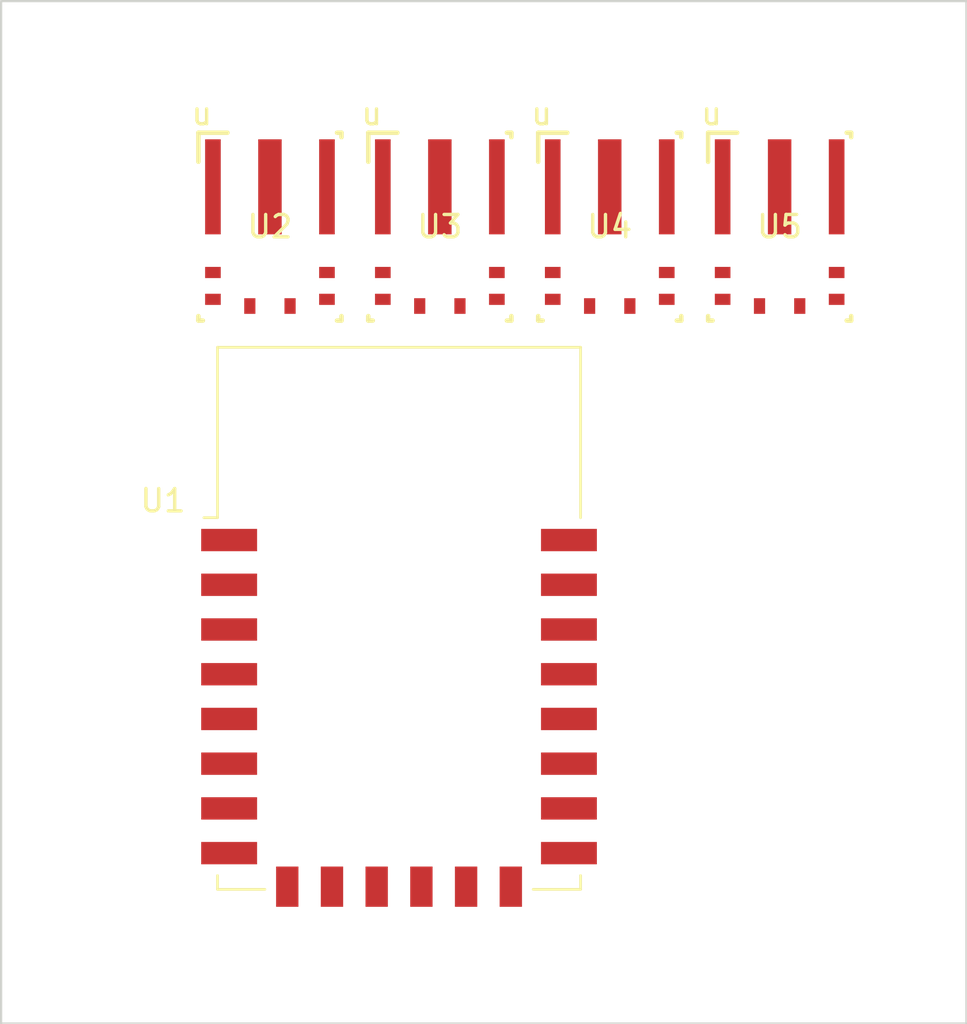
<source format=kicad_pcb>
(kicad_pcb (version 20221018) (generator pcbnew)
  (layers (0 "F.Cu" signal) (31 "B.Cu" signal) (34 "B.Paste" user) (35 "F.Paste" user) (36 "B.SilkS" user "B.Silkscreen") (37 "F.SilkS" user "F.Silkscreen") (38 "B.Mask" user) (39 "F.Mask" user) (44 "Edge.Cuts" user))
  (net 0 "")
  (net 1 "GND")
  (net 5 "+3V3")
  (net 6 "/~{RST}")
  (net 9 "Net-(U1-GPIO16)")
  (net 10 "Net-(U1-GPIO14)")
  (net 11 "Net-(U1-GPIO12)")
  (net 12 "Net-(U1-GPIO13)")
  (net 13 "/SPI_CS")
  (net 14 "/MISO")
  (net 15 "/GPIO9")
  (net 16 "/GPIO10")
  (net 17 "/MOSI")
  (net 18 "/SPI_CLK")
  (net 19 "Net-(U1-GPIO15)")
  (net 20 "Net-(U1-GPIO2)")
  (net 21 "/GPIO0")
  (net 22 "Net-(U1-GPIO4)")
  (net 23 "Net-(U1-GPIO5)")
  (net 24 "/UART_RX")
  (net 25 "/UART_TX")
  (net 26 "+BATT")
  (net 27 "Net-(U2-HB)")
  (net 28 "Net-(U2-HS)")
  (net 29 "Net-(U3-HB)")
  (net 30 "Net-(U3-HS)")
  (net 31 "Net-(U4-HB)")
  (net 32 "Net-(U4-HS)")
  (net 33 "Net-(U5-HB)")
  (net 34 "Net-(U5-HS)")
  (footprint "RF_Module:ESP-12E" (layer "F.Cu") (at 94 83.48)
    (fp_text reference "U1" (at -10.56 -5.26) (layer "F.SilkS"))
    (fp_text value "ESP-12E")
    (fp_line (start -8.12 -12.12) (end 8.12 -12.12) (stroke (width 0.12)) (layer "F.SilkS"))
    (fp_line (start -8.12 -4.5) (end -8.73 -4.5) (stroke (width 0.12)) (layer "F.SilkS"))
    (fp_line (start -8.12 -4.5) (end -8.12 -12.12) (stroke (width 0.12)) (layer "F.SilkS"))
    (fp_line (start -8.12 12.12) (end -8.12 11.5) (stroke (width 0.12)) (layer "F.SilkS"))
    (fp_line (start -6 12.12) (end -8.12 12.12) (stroke (width 0.12)) (layer "F.SilkS"))
    (fp_line (start 8.12 -12.12) (end 8.12 -4.5) (stroke (width 0.12)) (layer "F.SilkS"))
    (fp_line (start 8.12 11.5) (end 8.12 12.12) (stroke (width 0.12)) (layer "F.SilkS"))
    (fp_line (start 8.12 12.12) (end 6 12.12) (stroke (width 0.12)) (layer "F.SilkS"))
    (pad "1" smd rect (at -7.6 -3.5) (size 2.5 1) (layers "F.Cu" "F.Paste" "F.Mask") (net 6 "/~{RST}"))
    (pad "2" smd rect (at -7.6 -1.5) (size 2.5 1) (layers "F.Cu" "F.Paste" "F.Mask"))
    (pad "3" smd rect (at -7.6 0.5) (size 2.5 1) (layers "F.Cu" "F.Paste" "F.Mask"))
    (pad "4" smd rect (at -7.6 2.5) (size 2.5 1) (layers "F.Cu" "F.Paste" "F.Mask") (net 9 "Net-(U1-GPIO16)"))
    (pad "5" smd rect (at -7.6 4.5) (size 2.5 1) (layers "F.Cu" "F.Paste" "F.Mask") (net 10 "Net-(U1-GPIO14)"))
    (pad "6" smd rect (at -7.6 6.5) (size 2.5 1) (layers "F.Cu" "F.Paste" "F.Mask") (net 11 "Net-(U1-GPIO12)"))
    (pad "7" smd rect (at -7.6 8.5) (size 2.5 1) (layers "F.Cu" "F.Paste" "F.Mask") (net 12 "Net-(U1-GPIO13)"))
    (pad "8" smd rect (at -7.6 10.5) (size 2.5 1) (layers "F.Cu" "F.Paste" "F.Mask") (net 5 "+3V3"))
    (pad "9" smd rect (at -5 12) (size 1 1.8) (layers "F.Cu" "F.Paste" "F.Mask") (net 13 "/SPI_CS"))
    (pad "10" smd rect (at -3 12) (size 1 1.8) (layers "F.Cu" "F.Paste" "F.Mask") (net 14 "/MISO"))
    (pad "11" smd rect (at -1 12) (size 1 1.8) (layers "F.Cu" "F.Paste" "F.Mask") (net 15 "/GPIO9"))
    (pad "12" smd rect (at 1 12) (size 1 1.8) (layers "F.Cu" "F.Paste" "F.Mask") (net 16 "/GPIO10"))
    (pad "13" smd rect (at 3 12) (size 1 1.8) (layers "F.Cu" "F.Paste" "F.Mask") (net 17 "/MOSI"))
    (pad "14" smd rect (at 5 12) (size 1 1.8) (layers "F.Cu" "F.Paste" "F.Mask") (net 18 "/SPI_CLK"))
    (pad "15" smd rect (at 7.6 10.5) (size 2.5 1) (layers "F.Cu" "F.Paste" "F.Mask") (net 1 "GND"))
    (pad "16" smd rect (at 7.6 8.5) (size 2.5 1) (layers "F.Cu" "F.Paste" "F.Mask") (net 19 "Net-(U1-GPIO15)"))
    (pad "17" smd rect (at 7.6 6.5) (size 2.5 1) (layers "F.Cu" "F.Paste" "F.Mask") (net 20 "Net-(U1-GPIO2)"))
    (pad "18" smd rect (at 7.6 4.5) (size 2.5 1) (layers "F.Cu" "F.Paste" "F.Mask") (net 21 "/GPIO0"))
    (pad "19" smd rect (at 7.6 2.5) (size 2.5 1) (layers "F.Cu" "F.Paste" "F.Mask") (net 22 "Net-(U1-GPIO4)"))
    (pad "20" smd rect (at 7.6 0.5) (size 2.5 1) (layers "F.Cu" "F.Paste" "F.Mask") (net 23 "Net-(U1-GPIO5)"))
    (pad "21" smd rect (at 7.6 -1.5) (size 2.5 1) (layers "F.Cu" "F.Paste" "F.Mask") (net 24 "/UART_RX"))
    (pad "22" smd rect (at 7.6 -3.5) (size 2.5 1) (layers "F.Cu" "F.Paste" "F.Mask") (net 25 "/UART_TX"))
  )
  (footprint "libs:MOF0009A" (layer "F.Cu") (at 103.425005 65.964999)
    (fp_text reference "U4" (at 0 0 unlocked) (layer "F.SilkS"))
    (fp_text value "LMG5200MOFR")
    (fp_text user "u" (at -3.048 -5.0546 unlocked) (layer "F.SilkS"))
    (fp_line (start -3.200001 -4.199999) (end -1.899999 -4.199999) (stroke (width 0.2)) (layer "F.SilkS"))
    (fp_line (start -3.200001 -2.899997) (end -3.200001 -4.199999) (stroke (width 0.2)) (layer "F.SilkS"))
    (fp_line (start -3.200001 4.199999) (end -3.200001 3.999997) (stroke (width 0.2)) (layer "F.SilkS"))
    (fp_line (start -3.200001 4.199999) (end -2.999999 4.199999) (stroke (width 0.2)) (layer "F.SilkS"))
    (fp_line (start 2.999999 -4.199999) (end 3.200001 -4.199999) (stroke (width 0.2)) (layer "F.SilkS"))
    (fp_line (start 2.999999 4.199999) (end 3.200001 4.199999) (stroke (width 0.2)) (layer "F.SilkS"))
    (fp_line (start 3.200001 -3.999997) (end 3.200001 -4.199999) (stroke (width 0.2)) (layer "F.SilkS"))
    (fp_line (start 3.200001 4.199999) (end 3.200001 3.999997) (stroke (width 0.2)) (layer "F.SilkS"))
    (pad "1" smd rect (at -2.55 -1.779999) (size 0.700001 4.249999) (layers "F.Cu" "F.Mask") (net 26 "+BATT"))
    (pad "2" smd rect (at -2.55 2.050001) (size 0.700001 0.499999) (layers "F.Cu" "F.Paste" "F.Mask") (net 31 "Net-(U4-HB)"))
    (pad "3" smd rect (at -2.55 3.250001) (size 0.700001 0.499999) (layers "F.Cu" "F.Paste" "F.Mask") (net 32 "Net-(U4-HS)"))
    (pad "4" smd rect (at -0.900001 3.550001 90) (size 0.700001 0.499999) (layers "F.Cu" "F.Paste" "F.Mask") (net 12 "Net-(U1-GPIO13)"))
    (pad "5" smd rect (at 0.900001 3.550001 90) (size 0.700001 0.499999) (layers "F.Cu" "F.Paste" "F.Mask") (net 10 "Net-(U1-GPIO14)"))
    (pad "6" smd rect (at 2.55 3.250001) (size 0.700001 0.499999) (layers "F.Cu" "F.Paste" "F.Mask") (net 5 "+3V3"))
    (pad "7" smd rect (at 2.55 2.050001) (size 0.700001 0.499999) (layers "F.Cu" "F.Paste" "F.Mask") (net 1 "GND"))
    (pad "8" smd rect (at 2.55 -1.779999) (size 0.700001 4.249999) (layers "F.Cu" "F.Mask"))
    (pad "9" smd rect (at 0 -1.779999) (size 1.05 4.249999) (layers "F.Cu" "F.Mask") (net 1 "GND"))
  )
  (footprint "libs:MOF0009A" (layer "F.Cu") (at 95.825003 65.964999)
    (fp_text reference "U3" (at 0 0 unlocked) (layer "F.SilkS"))
    (fp_text value "LMG5200MOFR")
    (fp_text user "u" (at -3.048 -5.0546 unlocked) (layer "F.SilkS"))
    (fp_line (start -3.200001 -4.199999) (end -1.899999 -4.199999) (stroke (width 0.2)) (layer "F.SilkS"))
    (fp_line (start -3.200001 -2.899997) (end -3.200001 -4.199999) (stroke (width 0.2)) (layer "F.SilkS"))
    (fp_line (start -3.200001 4.199999) (end -3.200001 3.999997) (stroke (width 0.2)) (layer "F.SilkS"))
    (fp_line (start -3.200001 4.199999) (end -2.999999 4.199999) (stroke (width 0.2)) (layer "F.SilkS"))
    (fp_line (start 2.999999 -4.199999) (end 3.200001 -4.199999) (stroke (width 0.2)) (layer "F.SilkS"))
    (fp_line (start 2.999999 4.199999) (end 3.200001 4.199999) (stroke (width 0.2)) (layer "F.SilkS"))
    (fp_line (start 3.200001 -3.999997) (end 3.200001 -4.199999) (stroke (width 0.2)) (layer "F.SilkS"))
    (fp_line (start 3.200001 4.199999) (end 3.200001 3.999997) (stroke (width 0.2)) (layer "F.SilkS"))
    (pad "1" smd rect (at -2.55 -1.779999) (size 0.700001 4.249999) (layers "F.Cu" "F.Mask") (net 26 "+BATT"))
    (pad "2" smd rect (at -2.55 2.050001) (size 0.700001 0.499999) (layers "F.Cu" "F.Paste" "F.Mask") (net 29 "Net-(U3-HB)"))
    (pad "3" smd rect (at -2.55 3.250001) (size 0.700001 0.499999) (layers "F.Cu" "F.Paste" "F.Mask") (net 30 "Net-(U3-HS)"))
    (pad "4" smd rect (at -0.900001 3.550001 90) (size 0.700001 0.499999) (layers "F.Cu" "F.Paste" "F.Mask") (net 23 "Net-(U1-GPIO5)"))
    (pad "5" smd rect (at 0.900001 3.550001 90) (size 0.700001 0.499999) (layers "F.Cu" "F.Paste" "F.Mask") (net 11 "Net-(U1-GPIO12)"))
    (pad "6" smd rect (at 2.55 3.250001) (size 0.700001 0.499999) (layers "F.Cu" "F.Paste" "F.Mask") (net 5 "+3V3"))
    (pad "7" smd rect (at 2.55 2.050001) (size 0.700001 0.499999) (layers "F.Cu" "F.Paste" "F.Mask") (net 1 "GND"))
    (pad "8" smd rect (at 2.55 -1.779999) (size 0.700001 4.249999) (layers "F.Cu" "F.Mask"))
    (pad "9" smd rect (at 0 -1.779999) (size 1.05 4.249999) (layers "F.Cu" "F.Mask") (net 1 "GND"))
  )
  (footprint "libs:MOF0009A" (layer "F.Cu") (at 111.025007 65.964999)
    (fp_text reference "U5" (at 0 0 unlocked) (layer "F.SilkS"))
    (fp_text value "LMG5200MOFR")
    (fp_text user "u" (at -3.048 -5.0546 unlocked) (layer "F.SilkS"))
    (fp_line (start -3.200001 -4.199999) (end -1.899999 -4.199999) (stroke (width 0.2)) (layer "F.SilkS"))
    (fp_line (start -3.200001 -2.899997) (end -3.200001 -4.199999) (stroke (width 0.2)) (layer "F.SilkS"))
    (fp_line (start -3.200001 4.199999) (end -3.200001 3.999997) (stroke (width 0.2)) (layer "F.SilkS"))
    (fp_line (start -3.200001 4.199999) (end -2.999999 4.199999) (stroke (width 0.2)) (layer "F.SilkS"))
    (fp_line (start 2.999999 -4.199999) (end 3.200001 -4.199999) (stroke (width 0.2)) (layer "F.SilkS"))
    (fp_line (start 2.999999 4.199999) (end 3.200001 4.199999) (stroke (width 0.2)) (layer "F.SilkS"))
    (fp_line (start 3.200001 -3.999997) (end 3.200001 -4.199999) (stroke (width 0.2)) (layer "F.SilkS"))
    (fp_line (start 3.200001 4.199999) (end 3.200001 3.999997) (stroke (width 0.2)) (layer "F.SilkS"))
    (pad "1" smd rect (at -2.55 -1.779999) (size 0.700001 4.249999) (layers "F.Cu" "F.Mask") (net 26 "+BATT"))
    (pad "2" smd rect (at -2.55 2.050001) (size 0.700001 0.499999) (layers "F.Cu" "F.Paste" "F.Mask") (net 33 "Net-(U5-HB)"))
    (pad "3" smd rect (at -2.55 3.250001) (size 0.700001 0.499999) (layers "F.Cu" "F.Paste" "F.Mask") (net 34 "Net-(U5-HS)"))
    (pad "4" smd rect (at -0.900001 3.550001 90) (size 0.700001 0.499999) (layers "F.Cu" "F.Paste" "F.Mask") (net 19 "Net-(U1-GPIO15)"))
    (pad "5" smd rect (at 0.900001 3.550001 90) (size 0.700001 0.499999) (layers "F.Cu" "F.Paste" "F.Mask") (net 9 "Net-(U1-GPIO16)"))
    (pad "6" smd rect (at 2.55 3.250001) (size 0.700001 0.499999) (layers "F.Cu" "F.Paste" "F.Mask") (net 5 "+3V3"))
    (pad "7" smd rect (at 2.55 2.050001) (size 0.700001 0.499999) (layers "F.Cu" "F.Paste" "F.Mask") (net 1 "GND"))
    (pad "8" smd rect (at 2.55 -1.779999) (size 0.700001 4.249999) (layers "F.Cu" "F.Mask"))
    (pad "9" smd rect (at 0 -1.779999) (size 1.05 4.249999) (layers "F.Cu" "F.Mask") (net 1 "GND"))
  )
  (footprint "libs:MOF0009A" (layer "F.Cu") (at 88.225001 65.964999)
    (fp_text reference "U2" (at 0 0 unlocked) (layer "F.SilkS"))
    (fp_text value "LMG5200MOFR")
    (fp_text user "u" (at -3.048 -5.0546 unlocked) (layer "F.SilkS"))
    (fp_line (start -3.200001 -4.199999) (end -1.899999 -4.199999) (stroke (width 0.2)) (layer "F.SilkS"))
    (fp_line (start -3.200001 -2.899997) (end -3.200001 -4.199999) (stroke (width 0.2)) (layer "F.SilkS"))
    (fp_line (start -3.200001 4.199999) (end -3.200001 3.999997) (stroke (width 0.2)) (layer "F.SilkS"))
    (fp_line (start -3.200001 4.199999) (end -2.999999 4.199999) (stroke (width 0.2)) (layer "F.SilkS"))
    (fp_line (start 2.999999 -4.199999) (end 3.200001 -4.199999) (stroke (width 0.2)) (layer "F.SilkS"))
    (fp_line (start 2.999999 4.199999) (end 3.200001 4.199999) (stroke (width 0.2)) (layer "F.SilkS"))
    (fp_line (start 3.200001 -3.999997) (end 3.200001 -4.199999) (stroke (width 0.2)) (layer "F.SilkS"))
    (fp_line (start 3.200001 4.199999) (end 3.200001 3.999997) (stroke (width 0.2)) (layer "F.SilkS"))
    (pad "1" smd rect (at -2.55 -1.779999) (size 0.700001 4.249999) (layers "F.Cu" "F.Mask") (net 26 "+BATT"))
    (pad "2" smd rect (at -2.55 2.050001) (size 0.700001 0.499999) (layers "F.Cu" "F.Paste" "F.Mask") (net 27 "Net-(U2-HB)"))
    (pad "3" smd rect (at -2.55 3.250001) (size 0.700001 0.499999) (layers "F.Cu" "F.Paste" "F.Mask") (net 28 "Net-(U2-HS)"))
    (pad "4" smd rect (at -0.900001 3.550001 90) (size 0.700001 0.499999) (layers "F.Cu" "F.Paste" "F.Mask") (net 20 "Net-(U1-GPIO2)"))
    (pad "5" smd rect (at 0.900001 3.550001 90) (size 0.700001 0.499999) (layers "F.Cu" "F.Paste" "F.Mask") (net 22 "Net-(U1-GPIO4)"))
    (pad "6" smd rect (at 2.55 3.250001) (size 0.700001 0.499999) (layers "F.Cu" "F.Paste" "F.Mask") (net 5 "+3V3"))
    (pad "7" smd rect (at 2.55 2.050001) (size 0.700001 0.499999) (layers "F.Cu" "F.Paste" "F.Mask") (net 1 "GND"))
    (pad "8" smd rect (at 2.55 -1.779999) (size 0.700001 4.249999) (layers "F.Cu" "F.Mask"))
    (pad "9" smd rect (at 0 -1.779999) (size 1.05 4.249999) (layers "F.Cu" "F.Mask") (net 1 "GND"))
  )
  (gr_rect (start 76.2 55.88) (end 119.38 101.6) (stroke (width 0.1)) (fill none) (layer "Edge.Cuts"))
)
</source>
